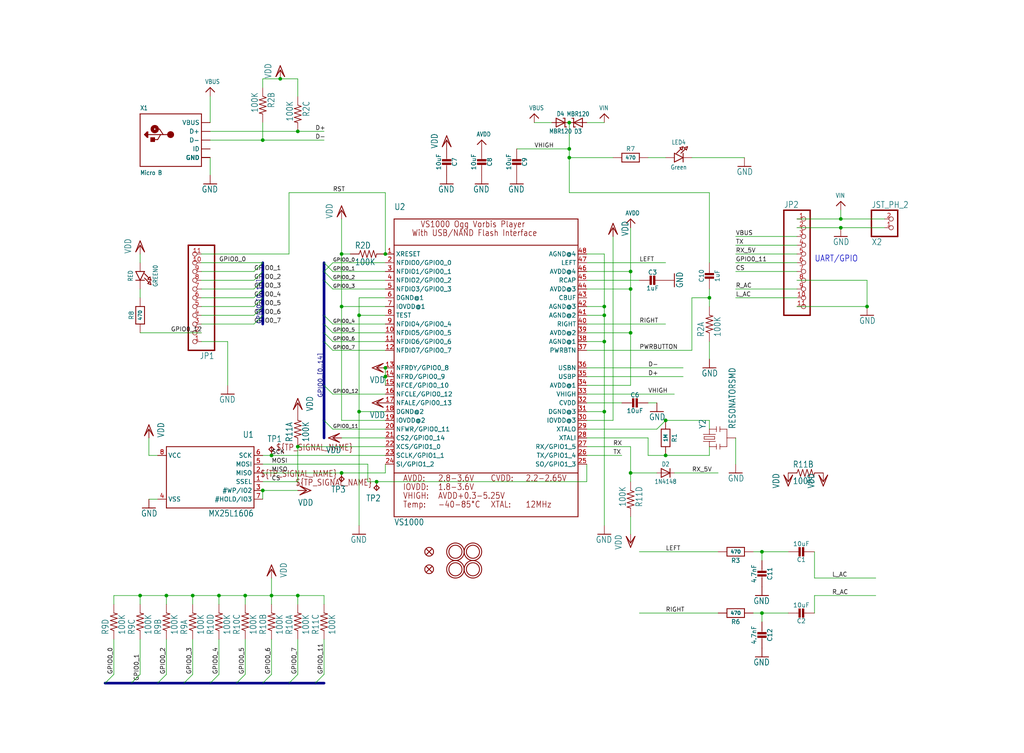
<source format=kicad_sch>
(kicad_sch (version 20230121) (generator eeschema)
  (paper "User" 297.002 218.313)
  (junction (at 104.14 91.44))
  (junction (at 111.76 109.22))
  (junction (at 86.36 172.72))
  (junction (at 78.74 132.08))
  (junction (at 205.74 86.36))
  (junction (at 71.12 172.72))
  (junction (at 175.26 88.9))
  (junction (at 193.04 132.08))
  (junction (at 243.84 63.5))
  (junction (at 251.46 88.9))
  (junction (at 48.26 172.72))
  (junction (at 243.84 66.04))
  (junction (at 40.64 172.72))
  (junction (at 81.28 22.86))
  (junction (at 182.88 137.16))
  (junction (at 86.36 129.54))
  (junction (at 109.22 139.7))
  (junction (at 165.1 35.56))
  (junction (at 175.26 91.44))
  (junction (at 220.98 160.02))
  (junction (at 165.1 45.72))
  (junction (at 99.06 137.16))
  (junction (at 182.88 83.82))
  (junction (at 220.98 177.8))
  (junction (at 175.26 119.38))
  (junction (at 76.2 40.64))
  (junction (at 111.76 106.68))
  (junction (at 175.26 99.06))
  (junction (at 182.88 78.74))
  (junction (at 63.5 172.72))
  (junction (at 111.76 73.66))
  (junction (at 99.06 88.9))
  (junction (at 55.88 172.72))
  (junction (at 86.36 38.1))
  (junction (at 76.2 142.24))
  (junction (at 165.1 43.18))
  (junction (at 99.06 73.66))
  (junction (at 104.14 119.38))
  (junction (at 193.04 121.92))
  (junction (at 78.74 172.72))
  (junction (at 182.88 96.52))
  (bus_entry (at 93.98 195.58) (size -2.54 2.54))
  (bus_entry (at 86.36 195.58) (size -2.54 2.54))
  (bus_entry (at 71.12 195.58) (size -2.54 2.54))
  (bus_entry (at 78.74 195.58) (size -2.54 2.54))
  (bus_entry (at 73.66 88.9) (size 2.54 -2.54))
  (bus_entry (at 96.52 93.98) (size -2.54 -2.54))
  (bus_entry (at 73.66 86.36) (size 2.54 -2.54))
  (bus_entry (at 73.66 83.82) (size 2.54 -2.54))
  (bus_entry (at 96.52 96.52) (size -2.54 -2.54))
  (bus_entry (at 96.52 101.6) (size -2.54 -2.54))
  (bus_entry (at 63.5 195.58) (size -2.54 2.54))
  (bus_entry (at 48.26 195.58) (size -2.54 2.54))
  (bus_entry (at 73.66 78.74) (size 2.54 -2.54))
  (bus_entry (at 55.88 195.58) (size -2.54 2.54))
  (bus_entry (at 96.52 83.82) (size -2.54 -2.54))
  (bus_entry (at 40.64 195.58) (size -2.54 2.54))
  (bus_entry (at 73.66 93.98) (size 2.54 -2.54))
  (bus_entry (at 33.02 195.58) (size -2.54 2.54))
  (bus_entry (at 96.52 99.06) (size -2.54 -2.54))
  (bus_entry (at 96.52 78.74) (size -2.54 -2.54))
  (bus_entry (at 96.52 81.28) (size -2.54 -2.54))
  (bus_entry (at 96.52 124.46) (size -2.54 -2.54))
  (bus_entry (at 73.66 91.44) (size 2.54 -2.54))
  (bus_entry (at 96.52 114.3) (size -2.54 -2.54))
  (bus_entry (at 73.66 81.28) (size 2.54 -2.54))
  (bus_entry (at 96.52 76.2) (size -2.54 2.54))
  (wire (pts (xy 86.36 139.7) (xy 76.2 139.7)) (stroke (width 0.1524)))
  (wire (pts (xy 111.76 132.08) (xy 78.74 132.08)) (stroke (width 0.1524)))
  (wire (pts (xy 86.36 195.58) (xy 86.36 185.42)) (stroke (width 0.1524)))
  (wire (pts (xy 187.96 127) (xy 170.18 127)) (stroke (width 0.1524)))
  (wire (pts (xy 40.64 172.72) (xy 48.26 172.72)) (stroke (width 0.1524)))
  (wire (pts (xy 200.66 86.36) (xy 205.74 86.36)) (stroke (width 0.1524)))
  (wire (pts (xy 195.58 137.16) (xy 208.28 137.16)) (stroke (width 0.1524)))
  (bus (pts (xy 38.1 198.12) (xy 45.72 198.12)) (stroke (width 0.762)))
  (wire (pts (xy 170.18 35.56) (xy 175.26 35.56)) (stroke (width 0.1524)))
  (wire (pts (xy 63.5 175.26) (xy 63.5 172.72)) (stroke (width 0.1524)))
  (wire (pts (xy 111.76 99.06) (xy 96.52 99.06)) (stroke (width 0.1524)))
  (wire (pts (xy 48.26 172.72) (xy 55.88 172.72)) (stroke (width 0.1524)))
  (wire (pts (xy 106.68 139.7) (xy 109.22 139.7)) (stroke (width 0.1524)))
  (wire (pts (xy 182.88 78.74) (xy 182.88 66.04)) (stroke (width 0.1524)))
  (wire (pts (xy 76.2 22.86) (xy 81.28 22.86)) (stroke (width 0.1524)))
  (wire (pts (xy 170.18 116.84) (xy 180.34 116.84)) (stroke (width 0.1524)))
  (wire (pts (xy 182.88 83.82) (xy 182.88 78.74)) (stroke (width 0.1524)))
  (wire (pts (xy 40.64 83.82) (xy 40.64 86.36)) (stroke (width 0.1524)))
  (wire (pts (xy 175.26 88.9) (xy 170.18 88.9)) (stroke (width 0.1524)))
  (wire (pts (xy 111.76 124.46) (xy 96.52 124.46)) (stroke (width 0.1524)))
  (wire (pts (xy 111.76 129.54) (xy 86.36 129.54)) (stroke (width 0.1524)))
  (bus (pts (xy 93.98 91.44) (xy 93.98 93.98)) (stroke (width 0.762)))
  (wire (pts (xy 76.2 137.16) (xy 99.06 137.16)) (stroke (width 0.1524)))
  (wire (pts (xy 231.14 68.58) (xy 213.36 68.58)) (stroke (width 0.1524)))
  (wire (pts (xy 40.64 96.52) (xy 58.42 96.52)) (stroke (width 0.1524)))
  (bus (pts (xy 76.2 78.74) (xy 76.2 81.28)) (stroke (width 0.762)))
  (wire (pts (xy 86.36 38.1) (xy 93.98 38.1)) (stroke (width 0.1524)))
  (wire (pts (xy 58.42 93.98) (xy 73.66 93.98)) (stroke (width 0.1524)))
  (wire (pts (xy 205.74 86.36) (xy 205.74 88.9)) (stroke (width 0.1524)))
  (wire (pts (xy 175.26 91.44) (xy 175.26 99.06)) (stroke (width 0.1524)))
  (wire (pts (xy 187.96 132.08) (xy 187.96 127)) (stroke (width 0.1524)))
  (wire (pts (xy 83.82 73.66) (xy 83.82 55.88)) (stroke (width 0.1524)))
  (bus (pts (xy 91.44 198.12) (xy 93.98 198.12)) (stroke (width 0.762)))
  (wire (pts (xy 218.44 177.8) (xy 220.98 177.8)) (stroke (width 0.1524)))
  (wire (pts (xy 66.04 99.06) (xy 66.04 111.76)) (stroke (width 0.1524)))
  (wire (pts (xy 205.74 55.88) (xy 205.74 76.2)) (stroke (width 0.1524)))
  (wire (pts (xy 78.74 132.08) (xy 76.2 132.08)) (stroke (width 0.1524)))
  (wire (pts (xy 93.98 185.42) (xy 93.98 195.58)) (stroke (width 0.1524)))
  (wire (pts (xy 170.18 119.38) (xy 175.26 119.38)) (stroke (width 0.1524)))
  (wire (pts (xy 55.88 175.26) (xy 55.88 172.72)) (stroke (width 0.1524)))
  (wire (pts (xy 170.18 124.46) (xy 190.5 124.46)) (stroke (width 0.1524)))
  (wire (pts (xy 40.64 175.26) (xy 40.64 172.72)) (stroke (width 0.1524)))
  (wire (pts (xy 170.18 129.54) (xy 182.88 129.54)) (stroke (width 0.1524)))
  (wire (pts (xy 86.36 22.86) (xy 86.36 27.94)) (stroke (width 0.1524)))
  (wire (pts (xy 86.36 175.26) (xy 86.36 172.72)) (stroke (width 0.1524)))
  (wire (pts (xy 81.28 22.86) (xy 86.36 22.86)) (stroke (width 0.1524)))
  (wire (pts (xy 182.88 96.52) (xy 182.88 83.82)) (stroke (width 0.1524)))
  (wire (pts (xy 231.14 71.12) (xy 213.36 71.12)) (stroke (width 0.1524)))
  (wire (pts (xy 231.14 63.5) (xy 243.84 63.5)) (stroke (width 0.1524)))
  (wire (pts (xy 243.84 63.5) (xy 256.54 63.5)) (stroke (width 0.1524)))
  (wire (pts (xy 187.96 45.72) (xy 193.04 45.72)) (stroke (width 0.1524)))
  (bus (pts (xy 76.2 91.44) (xy 76.2 93.98)) (stroke (width 0.762)))
  (wire (pts (xy 170.18 83.82) (xy 182.88 83.82)) (stroke (width 0.1524)))
  (wire (pts (xy 170.18 132.08) (xy 180.34 132.08)) (stroke (width 0.1524)))
  (wire (pts (xy 111.76 114.3) (xy 96.52 114.3)) (stroke (width 0.1524)))
  (bus (pts (xy 93.98 111.76) (xy 93.98 121.92)) (stroke (width 0.762)))
  (wire (pts (xy 111.76 83.82) (xy 96.52 83.82)) (stroke (width 0.1524)))
  (wire (pts (xy 111.76 91.44) (xy 104.14 91.44)) (stroke (width 0.1524)))
  (bus (pts (xy 76.2 81.28) (xy 76.2 83.82)) (stroke (width 0.762)))
  (wire (pts (xy 182.88 111.76) (xy 182.88 96.52)) (stroke (width 0.1524)))
  (wire (pts (xy 111.76 106.68) (xy 111.76 109.22)) (stroke (width 0.1524)))
  (wire (pts (xy 205.74 132.08) (xy 193.04 132.08)) (stroke (width 0.1524)))
  (wire (pts (xy 58.42 81.28) (xy 73.66 81.28)) (stroke (width 0.1524)))
  (wire (pts (xy 48.26 195.58) (xy 48.26 185.42)) (stroke (width 0.1524)))
  (bus (pts (xy 76.2 198.12) (xy 83.82 198.12)) (stroke (width 0.762)))
  (wire (pts (xy 170.18 99.06) (xy 175.26 99.06)) (stroke (width 0.1524)))
  (wire (pts (xy 165.1 45.72) (xy 165.1 55.88)) (stroke (width 0.1524)))
  (wire (pts (xy 213.36 127) (xy 213.36 134.62)) (stroke (width 0.1524)))
  (bus (pts (xy 76.2 76.2) (xy 76.2 78.74)) (stroke (width 0.762)))
  (wire (pts (xy 177.8 45.72) (xy 165.1 45.72)) (stroke (width 0.1524)))
  (wire (pts (xy 256.54 66.04) (xy 243.84 66.04)) (stroke (width 0.1524)))
  (wire (pts (xy 111.76 137.16) (xy 111.76 134.62)) (stroke (width 0.1524)))
  (wire (pts (xy 71.12 172.72) (xy 78.74 172.72)) (stroke (width 0.1524)))
  (wire (pts (xy 60.96 50.8) (xy 60.96 45.72)) (stroke (width 0.1524)))
  (wire (pts (xy 63.5 172.72) (xy 71.12 172.72)) (stroke (width 0.1524)))
  (wire (pts (xy 175.26 119.38) (xy 175.26 152.4)) (stroke (width 0.1524)))
  (bus (pts (xy 93.98 93.98) (xy 93.98 96.52)) (stroke (width 0.762)))
  (wire (pts (xy 185.42 160.02) (xy 208.28 160.02)) (stroke (width 0.1524)))
  (wire (pts (xy 58.42 91.44) (xy 73.66 91.44)) (stroke (width 0.1524)))
  (wire (pts (xy 243.84 63.5) (xy 243.84 60.96)) (stroke (width 0.1524)))
  (wire (pts (xy 170.18 106.68) (xy 198.12 106.68)) (stroke (width 0.1524)))
  (wire (pts (xy 99.06 88.9) (xy 99.06 73.66)) (stroke (width 0.1524)))
  (wire (pts (xy 170.18 91.44) (xy 175.26 91.44)) (stroke (width 0.1524)))
  (wire (pts (xy 104.14 91.44) (xy 104.14 119.38)) (stroke (width 0.1524)))
  (wire (pts (xy 205.74 104.14) (xy 205.74 99.06)) (stroke (width 0.1524)))
  (bus (pts (xy 76.2 83.82) (xy 76.2 86.36)) (stroke (width 0.762)))
  (wire (pts (xy 175.26 73.66) (xy 175.26 88.9)) (stroke (width 0.1524)))
  (wire (pts (xy 111.76 127) (xy 99.06 127)) (stroke (width 0.1524)))
  (wire (pts (xy 58.42 88.9) (xy 73.66 88.9)) (stroke (width 0.1524)))
  (wire (pts (xy 111.76 86.36) (xy 104.14 86.36)) (stroke (width 0.1524)))
  (wire (pts (xy 111.76 81.28) (xy 96.52 81.28)) (stroke (width 0.1524)))
  (wire (pts (xy 111.76 121.92) (xy 99.06 121.92)) (stroke (width 0.1524)))
  (wire (pts (xy 86.36 172.72) (xy 93.98 172.72)) (stroke (width 0.1524)))
  (bus (pts (xy 45.72 198.12) (xy 53.34 198.12)) (stroke (width 0.762)))
  (wire (pts (xy 99.06 121.92) (xy 99.06 88.9)) (stroke (width 0.1524)))
  (wire (pts (xy 175.26 88.9) (xy 175.26 91.44)) (stroke (width 0.1524)))
  (wire (pts (xy 231.14 78.74) (xy 213.36 78.74)) (stroke (width 0.1524)))
  (wire (pts (xy 220.98 160.02) (xy 220.98 162.56)) (stroke (width 0.1524)))
  (wire (pts (xy 43.18 144.78) (xy 45.72 144.78)) (stroke (width 0.1524)))
  (wire (pts (xy 111.76 101.6) (xy 96.52 101.6)) (stroke (width 0.1524)))
  (bus (pts (xy 53.34 198.12) (xy 60.96 198.12)) (stroke (width 0.762)))
  (wire (pts (xy 58.42 73.66) (xy 83.82 73.66)) (stroke (width 0.1524)))
  (wire (pts (xy 40.64 195.58) (xy 40.64 185.42)) (stroke (width 0.1524)))
  (bus (pts (xy 93.98 78.74) (xy 93.98 81.28)) (stroke (width 0.762)))
  (wire (pts (xy 193.04 121.92) (xy 205.74 121.92)) (stroke (width 0.1524)))
  (wire (pts (xy 182.88 137.16) (xy 182.88 139.7)) (stroke (width 0.1524)))
  (wire (pts (xy 165.1 55.88) (xy 205.74 55.88)) (stroke (width 0.1524)))
  (wire (pts (xy 48.26 175.26) (xy 48.26 172.72)) (stroke (width 0.1524)))
  (wire (pts (xy 109.22 139.7) (xy 170.18 139.7)) (stroke (width 0.1524)))
  (wire (pts (xy 165.1 43.18) (xy 165.1 45.72)) (stroke (width 0.1524)))
  (wire (pts (xy 43.18 132.08) (xy 45.72 132.08)) (stroke (width 0.1524)))
  (wire (pts (xy 83.82 55.88) (xy 111.76 55.88)) (stroke (width 0.1524)))
  (wire (pts (xy 71.12 175.26) (xy 71.12 172.72)) (stroke (width 0.1524)))
  (bus (pts (xy 83.82 198.12) (xy 91.44 198.12)) (stroke (width 0.762)))
  (wire (pts (xy 177.8 121.92) (xy 177.8 68.58)) (stroke (width 0.1524)))
  (wire (pts (xy 111.76 55.88) (xy 111.76 73.66)) (stroke (width 0.1524)))
  (wire (pts (xy 170.18 96.52) (xy 182.88 96.52)) (stroke (width 0.1524)))
  (wire (pts (xy 231.14 88.9) (xy 251.46 88.9)) (stroke (width 0.1524)))
  (wire (pts (xy 170.18 139.7) (xy 170.18 134.62)) (stroke (width 0.1524)))
  (wire (pts (xy 236.22 160.02) (xy 236.22 167.64)) (stroke (width 0.1524)))
  (wire (pts (xy 200.66 45.72) (xy 215.9 45.72)) (stroke (width 0.1524)))
  (wire (pts (xy 58.42 83.82) (xy 73.66 83.82)) (stroke (width 0.1524)))
  (wire (pts (xy 111.76 96.52) (xy 96.52 96.52)) (stroke (width 0.1524)))
  (wire (pts (xy 76.2 142.24) (xy 86.36 142.24)) (stroke (width 0.1524)))
  (wire (pts (xy 58.42 86.36) (xy 73.66 86.36)) (stroke (width 0.1524)))
  (bus (pts (xy 76.2 86.36) (xy 76.2 88.9)) (stroke (width 0.762)))
  (wire (pts (xy 243.84 66.04) (xy 231.14 66.04)) (stroke (width 0.1524)))
  (bus (pts (xy 60.96 198.12) (xy 68.58 198.12)) (stroke (width 0.762)))
  (wire (pts (xy 193.04 132.08) (xy 187.96 132.08)) (stroke (width 0.1524)))
  (wire (pts (xy 165.1 43.18) (xy 165.1 35.56)) (stroke (width 0.1524)))
  (wire (pts (xy 200.66 101.6) (xy 200.66 86.36)) (stroke (width 0.1524)))
  (wire (pts (xy 220.98 160.02) (xy 228.6 160.02)) (stroke (width 0.1524)))
  (wire (pts (xy 43.18 127) (xy 43.18 132.08)) (stroke (width 0.1524)))
  (wire (pts (xy 99.06 73.66) (xy 99.06 63.5)) (stroke (width 0.1524)))
  (wire (pts (xy 149.86 43.18) (xy 165.1 43.18)) (stroke (width 0.1524)))
  (wire (pts (xy 58.42 76.2) (xy 76.2 76.2)) (stroke (width 0.1524)))
  (wire (pts (xy 78.74 167.64) (xy 78.74 172.72)) (stroke (width 0.1524)))
  (wire (pts (xy 190.5 124.46) (xy 193.04 121.92)) (stroke (width 0.1524)))
  (wire (pts (xy 40.64 73.66) (xy 40.64 76.2)) (stroke (width 0.1524)))
  (wire (pts (xy 58.42 99.06) (xy 66.04 99.06)) (stroke (width 0.1524)))
  (wire (pts (xy 86.36 129.54) (xy 86.36 139.7)) (stroke (width 0.1524)))
  (bus (pts (xy 93.98 76.2) (xy 93.98 78.74)) (stroke (width 0.762)))
  (wire (pts (xy 76.2 25.4) (xy 76.2 22.86)) (stroke (width 0.1524)))
  (wire (pts (xy 111.76 119.38) (xy 104.14 119.38)) (stroke (width 0.1524)))
  (wire (pts (xy 190.5 137.16) (xy 182.88 137.16)) (stroke (width 0.1524)))
  (wire (pts (xy 104.14 119.38) (xy 104.14 152.4)) (stroke (width 0.1524)))
  (wire (pts (xy 111.76 93.98) (xy 96.52 93.98)) (stroke (width 0.1524)))
  (wire (pts (xy 170.18 109.22) (xy 198.12 109.22)) (stroke (width 0.1524)))
  (wire (pts (xy 182.88 129.54) (xy 182.88 137.16)) (stroke (width 0.1524)))
  (wire (pts (xy 33.02 195.58) (xy 33.02 185.42)) (stroke (width 0.1524)))
  (bus (pts (xy 93.98 121.92) (xy 93.98 127)) (stroke (width 0.762)))
  (wire (pts (xy 170.18 111.76) (xy 182.88 111.76)) (stroke (width 0.1524)))
  (wire (pts (xy 60.96 38.1) (xy 86.36 38.1)) (stroke (width 0.1524)))
  (wire (pts (xy 187.96 116.84) (xy 190.5 116.84)) (stroke (width 0.1524)))
  (bus (pts (xy 93.98 81.28) (xy 93.98 91.44)) (stroke (width 0.762)))
  (wire (pts (xy 101.6 73.66) (xy 99.06 73.66)) (stroke (width 0.1524)))
  (wire (pts (xy 220.98 177.8) (xy 228.6 177.8)) (stroke (width 0.1524)))
  (wire (pts (xy 170.18 101.6) (xy 200.66 101.6)) (stroke (width 0.1524)))
  (wire (pts (xy 182.88 149.86) (xy 182.88 154.94)) (stroke (width 0.1524)))
  (wire (pts (xy 111.76 78.74) (xy 96.52 78.74)) (stroke (width 0.1524)))
  (wire (pts (xy 205.74 121.92) (xy 205.74 124.46)) (stroke (width 0.1524)))
  (wire (pts (xy 78.74 195.58) (xy 78.74 185.42)) (stroke (width 0.1524)))
  (wire (pts (xy 76.2 134.62) (xy 106.68 134.62)) (stroke (width 0.1524)))
  (bus (pts (xy 30.48 198.12) (xy 38.1 198.12)) (stroke (width 0.762)))
  (wire (pts (xy 236.22 177.8) (xy 236.22 172.72)) (stroke (width 0.1524)))
  (wire (pts (xy 205.74 83.82) (xy 205.74 86.36)) (stroke (width 0.1524)))
  (wire (pts (xy 254 167.64) (xy 236.22 167.64)) (stroke (width 0.1524)))
  (wire (pts (xy 78.74 175.26) (xy 78.74 172.72)) (stroke (width 0.1524)))
  (wire (pts (xy 231.14 73.66) (xy 213.36 73.66)) (stroke (width 0.1524)))
  (wire (pts (xy 93.98 40.64) (xy 76.2 40.64)) (stroke (width 0.1524)))
  (wire (pts (xy 251.46 81.28) (xy 251.46 88.9)) (stroke (width 0.1524)))
  (bus (pts (xy 93.98 99.06) (xy 93.98 111.76)) (stroke (width 0.762)))
  (wire (pts (xy 170.18 78.74) (xy 182.88 78.74)) (stroke (width 0.1524)))
  (wire (pts (xy 231.14 81.28) (xy 251.46 81.28)) (stroke (width 0.1524)))
  (wire (pts (xy 170.18 93.98) (xy 193.04 93.98)) (stroke (width 0.1524)))
  (wire (pts (xy 185.42 177.8) (xy 208.28 177.8)) (stroke (width 0.1524)))
  (wire (pts (xy 170.18 121.92) (xy 177.8 121.92)) (stroke (width 0.1524)))
  (bus (pts (xy 93.98 96.52) (xy 93.98 99.06)) (stroke (width 0.762)))
  (wire (pts (xy 104.14 86.36) (xy 104.14 91.44)) (stroke (width 0.1524)))
  (wire (pts (xy 231.14 83.82) (xy 213.36 83.82)) (stroke (width 0.1524)))
  (wire (pts (xy 111.76 76.2) (xy 96.52 76.2)) (stroke (width 0.1524)))
  (wire (pts (xy 63.5 195.58) (xy 63.5 185.42)) (stroke (width 0.1524)))
  (wire (pts (xy 213.36 86.36) (xy 231.14 86.36)) (stroke (width 0.1524)))
  (wire (pts (xy 60.96 27.94) (xy 60.96 35.56)) (stroke (width 0.1524)))
  (wire (pts (xy 111.76 88.9) (xy 99.06 88.9)) (stroke (width 0.1524)))
  (wire (pts (xy 78.74 172.72) (xy 86.36 172.72)) (stroke (width 0.1524)))
  (wire (pts (xy 99.06 137.16) (xy 111.76 137.16)) (stroke (width 0.1524)))
  (wire (pts (xy 220.98 177.8) (xy 220.98 180.34)) (stroke (width 0.1524)))
  (wire (pts (xy 170.18 73.66) (xy 175.26 73.66)) (stroke (width 0.1524)))
  (wire (pts (xy 93.98 175.26) (xy 93.98 172.72)) (stroke (width 0.1524)))
  (wire (pts (xy 55.88 172.72) (xy 63.5 172.72)) (stroke (width 0.1524)))
  (wire (pts (xy 218.44 160.02) (xy 220.98 160.02)) (stroke (width 0.1524)))
  (wire (pts (xy 205.74 129.54) (xy 205.74 132.08)) (stroke (width 0.1524)))
  (wire (pts (xy 170.18 114.3) (xy 195.58 114.3)) (stroke (width 0.1524)))
  (wire (pts (xy 33.02 172.72) (xy 40.64 172.72)) (stroke (width 0.1524)))
  (wire (pts (xy 76.2 142.24) (xy 76.2 144.78)) (stroke (width 0.1524)))
  (wire (pts (xy 111.76 111.76) (xy 111.76 109.22)) (stroke (width 0.1524)))
  (wire (pts (xy 236.22 172.72) (xy 254 172.72)) (stroke (width 0.1524)))
  (wire (pts (xy 76.2 40.64) (xy 60.96 40.64)) (stroke (width 0.1524)))
  (wire (pts (xy 106.68 134.62) (xy 106.68 139.7)) (stroke (width 0.1524)))
  (wire (pts (xy 33.02 175.26) (xy 33.02 172.72)) (stroke (width 0.1524)))
  (wire (pts (xy 76.2 35.56) (xy 76.2 40.64)) (stroke (width 0.1524)))
  (bus (pts (xy 68.58 198.12) (xy 76.2 198.12)) (stroke (width 0.762)))
  (wire (pts (xy 175.26 99.06) (xy 175.26 119.38)) (stroke (width 0.1524)))
  (wire (pts (xy 58.42 78.74) (xy 73.66 78.74)) (stroke (width 0.1524)))
  (wire (pts (xy 55.88 195.58) (xy 55.88 185.42)) (stroke (width 0.1524)))
  (wire (pts (xy 231.14 76.2) (xy 213.36 76.2)) (stroke (width 0.1524)))
  (bus (pts (xy 76.2 88.9) (xy 76.2 91.44)) (stroke (width 0.762)))
  (wire (pts (xy 154.94 35.56) (xy 160.02 35.56)) (stroke (width 0.1524)))
  (wire (pts (xy 71.12 195.58) (xy 71.12 185.42)) (stroke (width 0.1524)))
  (wire (pts (xy 170.18 76.2) (xy 193.04 76.2)) (stroke (width 0.1524)))
  (wire (pts (xy 170.18 81.28) (xy 185.42 81.28)) (stroke (width 0.1524)))
  (text "UART/GPIO" (at 236.22 76.2 0) (effects (font (size 1.778 1.5113)) (justify left bottom)))
  (label "GPIO0_[0..14]" (at 76.2 93.98 90) (effects (font (size 1.2446 1.2446))))
  (label "GPIO0_4" (at 73.66 86.36 0) (effects (font (size 1.2446 1.2446))))
  (label "GPIO0_0" (at 96.52 76.2 0) (effects (font (size 1.016 1.016))))
  (label "GPIO0_7" (at 73.66 93.98 0) (effects (font (size 1.2446 1.2446))))
  (label "CS" (at 213.36 78.74 0) (effects (font (size 1.2446 1.2446))))
  (label "GPIO0_3" (at 55.88 195.58 90) (effects (font (size 1.2446 1.2446))))
  (label "GPIO0_[0..14]" (at 93.98 102.235 270) (effects (font (size 1.2446 1.2446))))
  (label "GPIO0_4" (at 63.5 195.58 90) (effects (font (size 1.2446 1.2446))))
  (label "D-" (at 91.44 40.64 0) (effects (font (size 1.2446 1.2446))))
  (label "GPIO0_6" (at 96.52 99.06 0) (effects (font (size 1.016 1.016))))
  (label "GPIO0_5" (at 96.52 96.52 0) (effects (font (size 1.016 1.016))))
  (label "GPIO0_6" (at 73.66 91.44 0) (effects (font (size 1.2446 1.2446))))
  (label "R_AC" (at 213.36 83.82 0) (effects (font (size 1.2446 1.2446))))
  (label "GPIO0_4" (at 96.52 93.98 0) (effects (font (size 1.016 1.016))))
  (label "CS" (at 78.74 139.7 0) (effects (font (size 1.2446 1.2446))))
  (label "GPIO0_2" (at 96.52 81.28 0) (effects (font (size 1.016 1.016))))
  (label "PWRBUTTON" (at 185.42 101.6 0) (effects (font (size 1.2446 1.2446))))
  (label "LEFT" (at 185.42 76.2 0) (effects (font (size 1.2446 1.2446))))
  (label "VHIGH" (at 187.96 114.3 0) (effects (font (size 1.2446 1.2446))))
  (label "GPIO0_7" (at 96.52 101.6 0) (effects (font (size 1.016 1.016))))
  (label "TX" (at 213.36 71.12 0) (effects (font (size 1.2446 1.2446))))
  (label "GPIO0_3" (at 96.52 83.82 0) (effects (font (size 1.016 1.016))))
  (label "GPIO0_12" (at 49.53 96.52 0) (effects (font (size 1.2446 1.2446))))
  (label "TX" (at 177.8 132.08 0) (effects (font (size 1.2446 1.2446))))
  (label "RX_5V" (at 213.36 73.66 0) (effects (font (size 1.2446 1.2446))))
  (label "RX_5V" (at 200.66 137.16 0) (effects (font (size 1.2446 1.2446))))
  (label "SCK" (at 78.74 132.08 0) (effects (font (size 1.2446 1.2446))))
  (label "RIGHT" (at 185.42 93.98 0) (effects (font (size 1.2446 1.2446))))
  (label "GPIO0_6" (at 78.74 195.58 90) (effects (font (size 1.2446 1.2446))))
  (label "L_AC" (at 241.3 167.64 0) (effects (font (size 1.2446 1.2446))))
  (label "GPIO0_3" (at 73.66 83.82 0) (effects (font (size 1.2446 1.2446))))
  (label "D+" (at 187.96 109.22 0) (effects (font (size 1.2446 1.2446))))
  (label "GPIO0_5" (at 73.66 88.9 0) (effects (font (size 1.2446 1.2446))))
  (label "GPIO0_11" (at 93.98 195.58 90) (effects (font (size 1.2446 1.2446))))
  (label "RX" (at 177.8 129.54 0) (effects (font (size 1.2446 1.2446))))
  (label "GPIO0_1" (at 73.66 78.74 0) (effects (font (size 1.2446 1.2446))))
  (label "LEFT" (at 193.04 160.02 0) (effects (font (size 1.2446 1.2446))))
  (label "GPIO0_0" (at 63.5 76.2 0) (effects (font (size 1.2446 1.2446))))
  (label "GPIO0_2" (at 73.66 81.28 0) (effects (font (size 1.2446 1.2446))))
  (label "RIGHT" (at 193.04 177.8 0) (effects (font (size 1.2446 1.2446))))
  (label "RST" (at 96.52 55.88 0) (effects (font (size 1.2446 1.2446))))
  (label "D+" (at 91.44 38.1 0) (effects (font (size 1.2446 1.2446))))
  (label "D-" (at 187.96 106.68 0) (effects (font (size 1.2446 1.2446))))
  (label "L_AC" (at 213.36 86.36 0) (effects (font (size 1.2446 1.2446))))
  (label "R_AC" (at 241.3 172.72 0) (effects (font (size 1.2446 1.2446))))
  (label "GPIO0_5" (at 71.12 195.58 90) (effects (font (size 1.2446 1.2446))))
  (label "GPIO0_2" (at 48.26 195.58 90) (effects (font (size 1.2446 1.2446))))
  (label "GPIO0_12" (at 96.52 114.3 0) (effects (font (size 1.016 1.016))))
  (label "MISO" (at 78.74 137.16 0) (effects (font (size 1.2446 1.2446))))
  (label "GPIO0_11" (at 213.36 76.2 0) (effects (font (size 1.2446 1.2446))))
  (label "VHIGH" (at 154.94 43.18 0) (effects (font (size 1.2446 1.2446))))
  (label "MOSI" (at 78.74 134.62 0) (effects (font (size 1.2446 1.2446))))
  (label "GPIO0_7" (at 86.36 195.58 90) (effects (font (size 1.2446 1.2446))))
  (label "GPIO0_11" (at 96.52 124.46 0) (effects (font (size 1.016 1.016))))
  (label "GPIO0_1" (at 40.64 197.485 90) (effects (font (size 1.2446 1.2446))))
  (label "VBUS" (at 213.36 68.58 0) (effects (font (size 1.2446 1.2446))))
  (label "GPIO0_1" (at 96.52 78.74 0) (effects (font (size 1.016 1.016))))
  (label "GPIO0_0" (at 33.02 195.58 90) (effects (font (size 1.2446 1.2446))))
  (symbol (lib_id "working-eagle-import:LED0805_NOOUTLINE") (at 198.12 45.72 0) (unit 1)
    (property "Reference" "LED4" (at 196.85 41.275 0) (effects (font (size 1.27 1.0795))))
    (property "Value" "Green" (at 196.85 48.514 0) (effects (font (size 1.27 1.0795))))
    (property "Footprint" "working:CHIPLED_0805_NOOUTLINE" (effects hide))
  )
  (symbol (lib_id "working-eagle-import:RESISTOR_4PACK_US") (at 182.88 144.78 270) (unit 4)
    (property "Reference" "R11" (at 184.3786 140.97 0) (effects (font (size 1.778 1.5113)) (justify left bottom)))
    (property "Value" "100K" (at 179.578 140.97 0) (effects (font (size 1.778 1.5113)) (justify left bottom)))
    (property "Footprint" "working:RESPACK_4X0603" (effects hide))
  )
  (symbol (lib_id "working-eagle-import:CAP_CERAMIC0805-NOOUTLINE") (at 190.5 81.28 90) (mirror x) (unit 1)
    (property "Reference" "C3" (at 189.25 78.99 90))
    (property "Value" "1uF" (at 189.25 83.58 90))
    (property "Footprint" "working:0805-NO" (effects hide))
  )
  (symbol (lib_id "working-eagle-import:CAP_CERAMIC0805-NOOUTLINE") (at 149.86 45.72 180) (unit 1)
    (property "Reference" "C9" (at 152.15 46.97 90))
    (property "Value" "10uF" (at 147.56 46.97 90))
    (property "Footprint" "working:0805-NO" (effects hide))
  )
  (symbol (lib_id "working-eagle-import:AVDD") (at 139.7 40.64 0) (unit 1)
    (property "Reference" "#U$4" (effects hide))
    (property "Value" "AVDD" (at 138.176 39.624 0) (effects (font (size 1.27 1.0795)) (justify left bottom)))
  )
  (symbol (lib_id "working-eagle-import:GND") (at 220.98 190.5 0) (unit 1)
    (property "Reference" "#GND13" (effects hide))
    (property "Value" "GND" (at 218.44 193.04 0) (effects (font (size 1.778 1.5113)) (justify left bottom)))
  )
  (symbol (lib_id "working-eagle-import:RESISTOR_4PACK_US") (at 71.12 180.34 90) (unit 3)
    (property "Reference" "R10" (at 69.6214 184.15 0) (effects (font (size 1.778 1.5113)) (justify left bottom)))
    (property "Value" "100K" (at 74.422 184.15 0) (effects (font (size 1.778 1.5113)) (justify left bottom)))
    (property "Footprint" "working:RESPACK_4X0603" (effects hide))
  )
  (symbol (lib_id "working-eagle-import:TPB1,27") (at 78.74 129.54 0) (unit 1)
    (property "Reference" "TP1" (at 77.47 128.27 0) (effects (font (size 1.778 1.5113)) (justify left bottom)))
    (property "Value" "TPB1,27" (effects hide))
    (property "Footprint" "working:B1,27" (effects hide))
  )
  (symbol (lib_id "working-eagle-import:VS1000") (at 142.24 104.14 0) (unit 1)
    (property "Reference" "U2" (at 114.3 60.96 0) (effects (font (size 1.778 1.5113)) (justify left bottom)))
    (property "Value" "VS1000" (at 114.3 152.4 0) (effects (font (size 1.778 1.5113)) (justify left bottom)))
    (property "Footprint" "working:LQFP48" (effects hide))
  )
  (symbol (lib_id "working-eagle-import:CAP_CERAMIC0805-NOOUTLINE") (at 220.98 185.42 0) (mirror y) (unit 1)
    (property "Reference" "C12" (at 223.27 184.17 90))
    (property "Value" "4.7nF" (at 218.68 184.17 90))
    (property "Footprint" "working:0805-NO" (effects hide))
  )
  (symbol (lib_id "working-eagle-import:MOUNTINGHOLE2.5") (at 132.08 165.1 0) (unit 1)
    (property "Reference" "U$7" (effects hide))
    (property "Value" "MOUNTINGHOLE2.5" (effects hide))
    (property "Footprint" "working:MOUNTINGHOLE_2.5_PLATED" (effects hide))
  )
  (symbol (lib_id "working-eagle-import:RESISTOR_4PACK_US") (at 233.68 137.16 0) (unit 2)
    (property "Reference" "R11" (at 229.87 135.6614 0) (effects (font (size 1.778 1.5113)) (justify left bottom)))
    (property "Value" "100K" (at 229.87 140.462 0) (effects (font (size 1.778 1.5113)) (justify left bottom)))
    (property "Footprint" "working:RESPACK_4X0603" (effects hide))
  )
  (symbol (lib_id "working-eagle-import:DIODE-SCHOTTKYSOD-123") (at 167.64 35.56 180) (unit 1)
    (property "Reference" "D3" (at 167.64 38.1 0) (effects (font (size 1.27 1.0795))))
    (property "Value" "MBR120" (at 167.64 33.06 0) (effects (font (size 1.27 1.0795))))
    (property "Footprint" "working:SOD-123" (effects hide))
  )
  (symbol (lib_id "working-eagle-import:TPB1,27") (at 99.06 139.7 180) (unit 1)
    (property "Reference" "TP3" (at 100.33 140.97 0) (effects (font (size 1.778 1.5113)) (justify left bottom)))
    (property "Value" "TPB1,27" (effects hide))
    (property "Footprint" "working:B1,27" (effects hide))
  )
  (symbol (lib_id "working-eagle-import:DIODESOD-323") (at 193.04 137.16 0) (unit 1)
    (property "Reference" "D2" (at 193.04 134.62 0) (effects (font (size 1.27 1.0795))))
    (property "Value" "1N4148" (at 193.04 139.66 0) (effects (font (size 1.27 1.0795))))
    (property "Footprint" "working:SOD-323" (effects hide))
  )
  (symbol (lib_id "working-eagle-import:CAP_CERAMIC0805-NOOUTLINE") (at 139.7 45.72 180) (unit 1)
    (property "Reference" "C8" (at 141.99 46.97 90))
    (property "Value" "10uF" (at 137.4 46.97 90))
    (property "Footprint" "working:0805-NO" (effects hide))
  )
  (symbol (lib_id "working-eagle-import:VDD") (at 182.88 157.48 0) (mirror x) (unit 1)
    (property "Reference" "#VDD3" (effects hide))
    (property "Value" "VDD" (at 180.34 154.94 90) (effects (font (size 1.778 1.5113)) (justify left bottom)))
  )
  (symbol (lib_id "working-eagle-import:RESISTOR_4PACK_US") (at 63.5 180.34 90) (unit 4)
    (property "Reference" "R10" (at 62.0014 184.15 0) (effects (font (size 1.778 1.5113)) (justify left bottom)))
    (property "Value" "100K" (at 66.802 184.15 0) (effects (font (size 1.778 1.5113)) (justify left bottom)))
    (property "Footprint" "working:RESPACK_4X0603" (effects hide))
  )
  (symbol (lib_id "working-eagle-import:GND") (at 213.36 137.16 0) (mirror y) (unit 1)
    (property "Reference" "#GND5" (effects hide))
    (property "Value" "GND" (at 215.9 139.7 0) (effects (font (size 1.778 1.5113)) (justify left bottom)))
  )
  (symbol (lib_id "working-eagle-import:RESISTOR_4PACK_US") (at 86.36 180.34 90) (unit 1)
    (property "Reference" "R10" (at 84.8614 184.15 0) (effects (font (size 1.778 1.5113)) (justify left bottom)))
    (property "Value" "100K" (at 89.662 184.15 0) (effects (font (size 1.778 1.5113)) (justify left bottom)))
    (property "Footprint" "working:RESPACK_4X0603" (effects hide))
  )
  (symbol (lib_id "working-eagle-import:GND") (at 243.84 68.58 0) (mirror y) (unit 1)
    (property "Reference" "#GND6" (effects hide))
    (property "Value" "GND" (at 246.38 71.12 0) (effects (font (size 1.778 1.5113)) (justify left bottom)))
  )
  (symbol (lib_id "working-eagle-import:USB_MICRO_20329_V2") (at 50.8 40.64 0) (unit 1)
    (property "Reference" "X1" (at 40.64 32.004 0) (effects (font (size 1.27 1.0795)) (justify left bottom)))
    (property "Value" "Micro B" (at 40.64 50.8 0) (effects (font (size 1.27 1.0795)) (justify left bottom)))
    (property "Footprint" "working:4UCONN_20329_V2" (effects hide))
  )
  (symbol (lib_id "working-eagle-import:VIN") (at 175.26 33.02 0) (unit 1)
    (property "Reference" "#U$2" (effects hide))
    (property "Value" "VIN" (at 173.736 32.004 0) (effects (font (size 1.27 1.0795)) (justify left bottom)))
  )
  (symbol (lib_id "working-eagle-import:RESISTOR_4PACK_US") (at 55.88 180.34 90) (unit 1)
    (property "Reference" "R9" (at 54.3814 184.15 0) (effects (font (size 1.778 1.5113)) (justify left bottom)))
    (property "Value" "100K" (at 59.182 184.15 0) (effects (font (size 1.778 1.5113)) (justify left bottom)))
    (property "Footprint" "working:RESPACK_4X0603" (effects hide))
  )
  (symbol (lib_id "working-eagle-import:RESISTOR0805_NOOUTLINE") (at 182.88 45.72 0) (mirror y) (unit 1)
    (property "Reference" "R7" (at 182.88 43.18 0))
    (property "Value" "470" (at 182.88 45.72 0) (effects (font (size 1.016 1.016) bold)))
    (property "Footprint" "working:0805-NO" (effects hide))
  )
  (symbol (lib_id "working-eagle-import:RESISTOR_4PACK_US") (at 106.68 73.66 0) (unit 4)
    (property "Reference" "R2" (at 102.87 72.1614 0) (effects (font (size 1.778 1.5113)) (justify left bottom)))
    (property "Value" "100K" (at 102.87 76.962 0) (effects (font (size 1.778 1.5113)) (justify left bottom)))
    (property "Footprint" "working:RESPACK_4X0603" (effects hide))
  )
  (symbol (lib_id "working-eagle-import:RESISTOR_4PACK_US") (at 205.74 93.98 90) (unit 1)
    (property "Reference" "R2" (at 204.2414 97.79 0) (effects (font (size 1.778 1.5113)) (justify left bottom)))
    (property "Value" "100K" (at 209.042 97.79 0) (effects (font (size 1.778 1.5113)) (justify left bottom)))
    (property "Footprint" "working:RESPACK_4X0603" (effects hide))
  )
  (symbol (lib_id "working-eagle-import:VDD") (at 228.6 139.7 0) (mirror x) (unit 1)
    (property "Reference" "#VDD12" (effects hide))
    (property "Value" "VDD" (at 226.06 137.16 90) (effects (font (size 1.778 1.5113)) (justify left bottom)))
  )
  (symbol (lib_id "working-eagle-import:VDD") (at 96.52 127 90) (unit 1)
    (property "Reference" "#VDD13" (effects hide))
    (property "Value" "VDD" (at 99.06 129.54 90) (effects (font (size 1.778 1.5113)) (justify left bottom)))
  )
  (symbol (lib_id "working-eagle-import:DIODE-SCHOTTKYSOD-123") (at 162.56 35.56 0) (unit 1)
    (property "Reference" "D4" (at 162.56 33.02 0) (effects (font (size 1.27 1.0795))))
    (property "Value" "MBR120" (at 162.56 38.06 0) (effects (font (size 1.27 1.0795))))
    (property "Footprint" "working:SOD-123" (effects hide))
  )
  (symbol (lib_id "working-eagle-import:GND") (at 251.46 91.44 0) (mirror y) (unit 1)
    (property "Reference" "#GND17" (effects hide))
    (property "Value" "GND" (at 254 93.98 0) (effects (font (size 1.778 1.5113)) (justify left bottom)))
  )
  (symbol (lib_id "working-eagle-import:RESISTOR0805_NOOUTLINE") (at 213.36 177.8 0) (mirror x) (unit 1)
    (property "Reference" "R6" (at 213.36 180.34 0))
    (property "Value" "470" (at 213.36 177.8 0) (effects (font (size 1.016 1.016) bold)))
    (property "Footprint" "working:0805-NO" (effects hide))
  )
  (symbol (lib_id "working-eagle-import:CAP_CERAMIC0805_10MGAP") (at 129.54 45.72 180) (unit 1)
    (property "Reference" "C7" (at 131.83 46.97 90))
    (property "Value" "10uF" (at 127.24 46.97 90))
    (property "Footprint" "working:0805_10MGAP" (effects hide))
  )
  (symbol (lib_id "working-eagle-import:SPIFLASH_SOIC8208MIL") (at 60.96 139.7 0) (mirror y) (unit 1)
    (property "Reference" "U1" (at 73.66 127 0) (effects (font (size 1.778 1.5113)) (justify left bottom)))
    (property "Value" " MX25L1606" (at 73.66 149.86 0) (effects (font (size 1.778 1.5113)) (justify left bottom)))
    (property "Footprint" "working:SOIC8_208MIL" (effects hide))
  )
  (symbol (lib_id "working-eagle-import:FIDUCIAL{dblquote}{dblquote}") (at 124.46 165.1 0) (unit 1)
    (property "Reference" "FID1" (effects hide))
    (property "Value" "FIDUCIAL{dblquote}{dblquote}" (effects hide))
    (property "Footprint" "working:FIDUCIAL_1MM" (effects hide))
  )
  (symbol (lib_id "working-eagle-import:RESISTOR0805_NOOUTLINE") (at 213.36 160.02 0) (mirror x) (unit 1)
    (property "Reference" "R3" (at 213.36 162.56 0))
    (property "Value" "470" (at 213.36 160.02 0) (effects (font (size 1.016 1.016) bold)))
    (property "Footprint" "working:0805-NO" (effects hide))
  )
  (symbol (lib_id "working-eagle-import:VDD") (at 129.54 40.64 0) (unit 1)
    (property "Reference" "#VDD2" (effects hide))
    (property "Value" "VDD" (at 127 43.18 90) (effects (font (size 1.778 1.5113)) (justify left bottom)))
  )
  (symbol (lib_id "working-eagle-import:TPB1,27") (at 109.22 142.24 180) (unit 1)
    (property "Reference" "TP2" (at 110.49 143.51 0) (effects (font (size 1.778 1.5113)) (justify left bottom)))
    (property "Value" "TPB1,27" (effects hide))
    (property "Footprint" "working:B1,27" (effects hide))
  )
  (symbol (lib_id "working-eagle-import:GND") (at 139.7 53.34 0) (unit 1)
    (property "Reference" "#GND9" (effects hide))
    (property "Value" "GND" (at 137.16 55.88 0) (effects (font (size 1.778 1.5113)) (justify left bottom)))
  )
  (symbol (lib_id "working-eagle-import:FIDUCIAL{dblquote}{dblquote}") (at 124.46 160.02 0) (unit 1)
    (property "Reference" "FID2" (effects hide))
    (property "Value" "FIDUCIAL{dblquote}{dblquote}" (effects hide))
    (property "Footprint" "working:FIDUCIAL_1MM" (effects hide))
  )
  (symbol (lib_id "working-eagle-import:CAP_CERAMIC0805-NOOUTLINE") (at 231.14 160.02 270) (mirror x) (unit 1)
    (property "Reference" "C1" (at 232.39 162.31 90))
    (property "Value" "10uF" (at 232.39 157.72 90))
    (property "Footprint" "working:0805-NO" (effects hide))
  )
  (symbol (lib_id "working-eagle-import:LED0805_NOOUTLINE") (at 40.64 81.28 270) (unit 1)
    (property "Reference" "GREEN0" (at 45.085 80.01 0) (effects (font (size 1.27 1.0795))))
    (property "Value" "RED" (at 37.846 80.01 0) (effects (font (size 1.27 1.0795))))
    (property "Footprint" "working:CHIPLED_0805_NOOUTLINE" (effects hide))
  )
  (symbol (lib_id "working-eagle-import:VDD") (at 99.06 60.96 0) (unit 1)
    (property "Reference" "#VDD5" (effects hide))
    (property "Value" "VDD" (at 96.52 63.5 90) (effects (font (size 1.778 1.5113)) (justify left bottom)))
  )
  (symbol (lib_id "working-eagle-import:CAP_CERAMIC0805_10MGAP") (at 182.88 116.84 270) (unit 1)
    (property "Reference" "C6" (at 184.13 114.55 90))
    (property "Value" "10uF" (at 184.13 119.14 90))
    (property "Footprint" "working:0805_10MGAP" (effects hide))
  )
  (symbol (lib_id "working-eagle-import:CAP_CERAMIC0805-NOOUTLINE") (at 220.98 167.64 0) (mirror y) (unit 1)
    (property "Reference" "C11" (at 223.27 166.39 90))
    (property "Value" "4.7nF" (at 218.68 166.39 90))
    (property "Footprint" "working:0805-NO" (effects hide))
  )
  (symbol (lib_id "working-eagle-import:GND") (at 149.86 53.34 0) (unit 1)
    (property "Reference" "#GND10" (effects hide))
    (property "Value" "GND" (at 147.32 55.88 0) (effects (font (size 1.778 1.5113)) (justify left bottom)))
  )
  (symbol (lib_id "working-eagle-import:VDD") (at 86.36 116.84 0) (mirror y) (unit 1)
    (property "Reference" "#VDD4" (effects hide))
    (property "Value" "VDD" (at 88.9 119.38 90) (effects (font (size 1.778 1.5113)) (justify left bottom)))
  )
  (symbol (lib_id "working-eagle-import:VBUS") (at 154.94 33.02 0) (unit 1)
    (property "Reference" "#U$10" (effects hide))
    (property "Value" "VBUS" (at 153.416 32.004 0) (effects (font (size 1.27 1.0795)) (justify left bottom)))
  )
  (symbol (lib_id "working-eagle-import:GND") (at 215.9 48.26 0) (mirror y) (unit 1)
    (property "Reference" "#GND18" (effects hide))
    (property "Value" "GND" (at 218.44 50.8 0) (effects (font (size 1.778 1.5113)) (justify left bottom)))
  )
  (symbol (lib_id "working-eagle-import:CAP_CERAMIC0805-NOOUTLINE") (at 231.14 177.8 270) (mirror x) (unit 1)
    (property "Reference" "C2" (at 232.39 180.09 90))
    (property "Value" "10uF" (at 232.39 175.5 90))
    (property "Footprint" "working:0805-NO" (effects hide))
  )
  (symbol (lib_id "working-eagle-import:VBUS") (at 60.96 25.4 0) (unit 1)
    (property "Reference" "#U$9" (effects hide))
    (property "Value" "VBUS" (at 59.436 24.384 0) (effects (font (size 1.27 1.0795)) (justify left bottom)))
  )
  (symbol (lib_id "working-eagle-import:GND") (at 104.14 154.94 0) (unit 1)
    (property "Reference" "#GND12" (effects hide))
    (property "Value" "GND" (at 101.6 157.48 0) (effects (font (size 1.778 1.5113)) (justify left bottom)))
  )
  (symbol (lib_id "working-eagle-import:VDD") (at 109.22 106.68 90) (unit 1)
    (property "Reference" "#VDD14" (effects hide))
    (property "Value" "VDD" (at 111.76 109.22 90) (effects (font (size 1.778 1.5113)) (justify left bottom)))
  )
  (symbol (lib_id "working-eagle-import:HEADER-1X1176MIL") (at 233.68 76.2 0) (unit 1)
    (property "Reference" "JP2" (at 227.33 60.325 0) (effects (font (size 1.778 1.5113)) (justify left bottom)))
    (property "Value" "HEADER-1X1176MIL" (effects hide))
    (property "Footprint" "working:1X11_ROUND_76" (effects hide))
  )
  (symbol (lib_id "working-eagle-import:HEADER-1X1176MIL") (at 55.88 86.36 180) (unit 1)
    (property "Reference" "JP1" (at 62.23 102.235 0) (effects (font (size 1.778 1.5113)) (justify left bottom)))
    (property "Value" "HEADER-1X1176MIL" (effects hide))
    (property "Footprint" "working:1X11_ROUND_76" (effects hide))
  )
  (symbol (lib_id "working-eagle-import:RESISTOR_4PACK_US") (at 76.2 30.48 270) (unit 2)
    (property "Reference" "R2" (at 77.6986 26.67 0) (effects (font (size 1.778 1.5113)) (justify left bottom)))
    (property "Value" "100K" (at 72.898 26.67 0) (effects (font (size 1.778 1.5113)) (justify left bottom)))
    (property "Footprint" "working:RESPACK_4X0603" (effects hide))
  )
  (symbol (lib_id "working-eagle-import:RESISTOR_4PACK_US") (at 48.26 180.34 90) (unit 2)
    (property "Reference" "R9" (at 46.7614 184.15 0) (effects (font (size 1.778 1.5113)) (justify left bottom)))
    (property "Value" "100K" (at 51.562 184.15 0) (effects (font (size 1.778 1.5113)) (justify left bottom)))
    (property "Footprint" "working:RESPACK_4X0603" (effects hide))
  )
  (symbol (lib_id "working-eagle-import:RESISTOR_4PACK_US") (at 86.36 124.46 90) (unit 1)
    (property "Reference" "R11" (at 84.8614 128.27 0) (effects (font (size 1.778 1.5113)) (justify left bottom)))
    (property "Value" "100K" (at 89.662 128.27 0) (effects (font (size 1.778 1.5113)) (justify left bottom)))
    (property "Footprint" "working:RESPACK_4X0603" (effects hide))
  )
  (symbol (lib_id "working-eagle-import:VDD") (at 43.18 124.46 0) (mirror y) (unit 1)
    (property "Reference" "#VDD1" (effects hide))
    (property "Value" "VDD" (at 45.72 127 90) (effects (font (size 1.778 1.5113)) (justify left bottom)))
  )
  (symbol (lib_id "working-eagle-import:VDD") (at 238.76 139.7 0) (mirror x) (unit 1)
    (property "Reference" "#VDD11" (effects hide))
    (property "Value" "VDD" (at 236.22 137.16 90) (effects (font (size 1.778 1.5113)) (justify left bottom)))
  )
  (symbol (lib_id "working-eagle-import:GND") (at 43.18 147.32 0) (mirror y) (unit 1)
    (property "Reference" "#GND4" (effects hide))
    (property "Value" "GND" (at 45.72 149.86 0) (effects (font (size 1.778 1.5113)) (justify left bottom)))
  )
  (symbol (lib_id "working-eagle-import:VDD") (at 109.22 116.84 90) (unit 1)
    (property "Reference" "#VDD15" (effects hide))
    (property "Value" "VDD" (at 111.76 119.38 90) (effects (font (size 1.778 1.5113)) (justify left bottom)))
  )
  (symbol (lib_id "working-eagle-import:GND") (at 60.96 53.34 0) (unit 1)
    (property "Reference" "#GND1" (effects hide))
    (property "Value" "GND" (at 58.42 55.88 0) (effects (font (size 1.778 1.5113)) (justify left bottom)))
  )
  (symbol (lib_id "working-eagle-import:RESISTOR_4PACK_US") (at 93.98 180.34 90) (unit 3)
    (property "Reference" "R11" (at 92.4814 184.15 0) (effects (font (size 1.778 1.5113)) (justify left bottom)))
    (property "Value" "100K" (at 97.282 184.15 0) (effects (font (size 1.778 1.5113)) (justify left bottom)))
    (property "Footprint" "working:RESPACK_4X0603" (effects hide))
  )
  (symbol (lib_id "working-eagle-import:VDD") (at 40.64 71.12 0) (unit 1)
    (property "Reference" "#VDD9" (effects hide))
    (property "Value" "VDD" (at 38.1 73.66 90) (effects (font (size 1.778 1.5113)) (justify left bottom)))
  )
  (symbol (lib_id "working-eagle-import:RESONATORSMD") (at 205.74 127 90) (unit 1)
    (property "Reference" "Y2" (at 204.724 124.46 0) (effects (font (size 1.778 1.5113)) (justify left bottom)))
    (property "Value" "RESONATORSMD" (at 213.36 124.46 0) (effects (font (size 1.778 1.5113)) (justify left bottom)))
    (property "Footprint" "working:RESONATOR-SMD" (effects hide))
  )
  (symbol (lib_id "working-eagle-import:VDD") (at 177.8 66.04 0) (mirror y) (unit 1)
    (property "Reference" "#VDD6" (effects hide))
    (property "Value" "VDD" (at 180.34 68.58 90) (effects (font (size 1.778 1.5113)) (justify left bottom)))
  )
  (symbol (lib_id "working-eagle-import:RESISTOR_4PACK_US") (at 78.74 180.34 90) (unit 2)
    (property "Reference" "R10" (at 77.2414 184.15 0) (effects (font (size 1.778 1.5113)) (justify left bottom)))
    (property "Value" "100K" (at 82.042 184.15 0) (effects (font (size 1.778 1.5113)) (justify left bottom)))
    (property "Footprint" "working:RESPACK_4X0603" (effects hide))
  )
  (symbol (lib_id "working-eagle-import:MOUNTINGHOLE2.5") (at 137.16 165.1 0) (unit 1)
    (property "Reference" "U$5" (effects hide))
    (property "Value" "MOUNTINGHOLE2.5" (effects hide))
    (property "Footprint" "working:MOUNTINGHOLE_2.5_PLATED" (effects hide))
  )
  (symbol (lib_id "working-eagle-import:GND") (at 129.54 53.34 0) (unit 1)
    (property "Reference" "#GND8" (effects hide))
    (property "Value" "GND" (at 127 55.88 0) (effects (font (size 1.778 1.5113)) (justify left bottom)))
  )
  (symbol (lib_id "working-eagle-import:VDD") (at 88.9 142.24 270) (mirror x) (unit 1)
    (property "Reference" "#VDD8" (effects hide))
    (property "Value" "VDD" (at 86.36 144.78 90) (effects (font (size 1.778 1.5113)) (justify left bottom)))
  )
  (symbol (lib_id "working-eagle-import:CON_JST_PH_2PIN") (at 259.08 63.5 0) (mirror x) (unit 1)
    (property "Reference" "X2" (at 252.73 69.215 0) (effects (font (size 1.778 1.5113)) (justify left bottom)))
    (property "Value" "JST_PH_2" (at 252.73 58.42 0) (effects (font (size 1.778 1.5113)) (justify left bottom)))
    (property "Footprint" "working:JSTPH2" (effects hide))
  )
  (symbol (lib_id "working-eagle-import:VDD") (at 78.74 165.1 0) (mirror y) (unit 1)
    (property "Reference" "#VDD10" (effects hide))
    (property "Value" "VDD" (at 81.28 167.64 90) (effects (font (size 1.778 1.5113)) (justify left bottom)))
  )
  (symbol (lib_id "working-eagle-import:RESISTOR_4PACK_US") (at 33.02 180.34 90) (unit 4)
    (property "Reference" "R9" (at 31.5214 184.15 0) (effects (font (size 1.778 1.5113)) (justify left bottom)))
    (property "Value" "100K" (at 36.322 184.15 0) (effects (font (size 1.778 1.5113)) (justify left bottom)))
    (property "Footprint" "working:RESPACK_4X0603" (effects hide))
  )
  (symbol (lib_id "working-eagle-import:RESISTOR_4PACK_US") (at 40.64 180.34 90) (unit 3)
    (property "Reference" "R9" (at 39.1414 184.15 0) (effects (font (size 1.778 1.5113)) (justify left bottom)))
    (property "Value" "100K" (at 43.942 184.15 0) (effects (font (size 1.778 1.5113)) (justify left bottom)))
    (property "Footprint" "working:RESPACK_4X0603" (effects hide))
  )
  (symbol (lib_id "working-eagle-import:VDD") (at 81.28 20.32 0) (unit 1)
    (property "Reference" "#VDD7" (effects hide))
    (property "Value" "VDD" (at 78.74 22.86 90) (effects (font (size 1.778 1.5113)) (justify left bottom)))
  )
  (symbol (lib_id "working-eagle-import:GND") (at 195.58 81.28 90) (mirror x) (unit 1)
    (property "Reference" "#GND3" (effects hide))
    (property "Value" "GND" (at 198.12 78.74 0) (effects (font (size 1.778 1.5113)) (justify left bottom)))
  )
  (symbol (lib_id "working-eagle-import:GND") (at 190.5 119.38 0) (mirror y) (unit 1)
    (property "Reference" "#GND2" (effects hide))
    (property "Value" "GND" (at 193.04 121.92 0) (effects (font (size 1.778 1.5113)) (justify left bottom)))
  )
  (symbol (lib_id "working-eagle-import:AVDD") (at 182.88 63.5 0) (unit 1)
    (property "Reference" "#U$1" (effects hide))
    (property "Value" "AVDD" (at 181.356 62.484 0) (effects (font (size 1.27 1.0795)) (justify left bottom)))
  )
  (symbol (lib_id "working-eagle-import:MOUNTINGHOLE2.5") (at 132.08 160.02 0) (unit 1)
    (property "Reference" "U$6" (effects hide))
    (property "Value" "MOUNTINGHOLE2.5" (effects hide))
    (property "Footprint" "working:MOUNTINGHOLE_2.5_PLATED" (effects hide))
  )
  (symbol (lib_id "working-eagle-import:GND") (at 175.26 154.94 0) (unit 1)
    (property "Reference" "#GND11" (effects hide))
    (property "Value" "GND" (at 172.72 157.48 0) (effects (font (size 1.778 1.5113)) (justify left bottom)))
  )
  (symbol (lib_id "working-eagle-import:RESISTOR0805_NOOUTLINE") (at 40.64 91.44 90) (mirror x) (unit 1)
    (property "Reference" "R8" (at 38.1 91.44 0))
    (property "Value" "470" (at 40.64 91.44 0) (effects (font (size 1.016 1.016) bold)))
    (property "Footprint" "working:0805-NO" (effects hide))
  )
  (symbol (lib_id "working-eagle-import:VIN") (at 243.84 58.42 0) (unit 1)
    (property "Reference" "#U$3" (effects hide))
    (property "Value" "VIN" (at 242.316 57.404 0) (effects (font (size 1.27 1.0795)) (justify left bottom)))
  )
  (symbol (lib_id "working-eagle-import:RESISTOR_4PACK_US") (at 86.36 33.02 270) (unit 3)
    (property "Reference" "R2" (at 87.8586 29.21 0) (effects (font (size 1.778 1.5113)) (justify left bottom)))
    (property "Value" "100K" (at 83.058 29.21 0) (effects (font (size 1.778 1.5113)) (justify left bottom)))
    (property "Footprint" "working:RESPACK_4X0603" (effects hide))
  )
  (symbol (lib_id "working-eagle-import:GND") (at 220.98 172.72 0) (unit 1)
    (property "Reference" "#GND7" (effects hide))
    (property "Value" "GND" (at 218.44 175.26 0) (effects (font (size 1.778 1.5113)) (justify left bottom)))
  )
  (symbol (lib_id "working-eagle-import:CAP_CERAMIC0805-NOOUTLINE") (at 205.74 78.74 0) (mirror x) (unit 1)
    (property "Reference" "C10" (at 203.45 79.99 90))
    (property "Value" "1uF" (at 208.04 79.99 90))
    (property "Footprint" "working:0805-NO" (effects hide))
  )
  (symbol (lib_id "working-eagle-import:GND") (at 66.04 114.3 0) (unit 1)
    (property "Reference" "#GND14" (effects hide))
    (property "Value" "GND" (at 63.5 116.84 0) (effects (font (size 1.778 1.5113)) (justify left bottom)))
  )
  (symbol (lib_id "working-eagle-import:MOUNTINGHOLE2.5") (at 137.16 160.02 0) (unit 1)
    (property "Reference" "U$8" (effects hide))
    (property "Value" "MOUNTINGHOLE2.5" (effects hide))
    (property "Footprint" "working:MOUNTINGHOLE_2.5_PLATED" (effects hide))
  )
  (symbol (lib_id "working-eagle-import:GND") (at 205.74 106.68 0) (mirror y) (unit 1)
    (property "Reference" "#GND15" (effects hide))
    (property "Value" "GND" (at 208.28 109.22 0) (effects (font (size 1.778 1.5113)) (justify left bottom)))
  )
  (symbol (lib_id "working-eagle-import:RESISTOR_0805MP") (at 193.04 127 270) (mirror x) (unit 1)
    (property "Reference" "R1" (at 195.58 127 0))
    (property "Value" "1M" (at 193.04 127 0) (effects (font (size 1.016 1.016) bold)))
    (property "Footprint" "working:_0805MP" (effects hide))
  )
)
</source>
